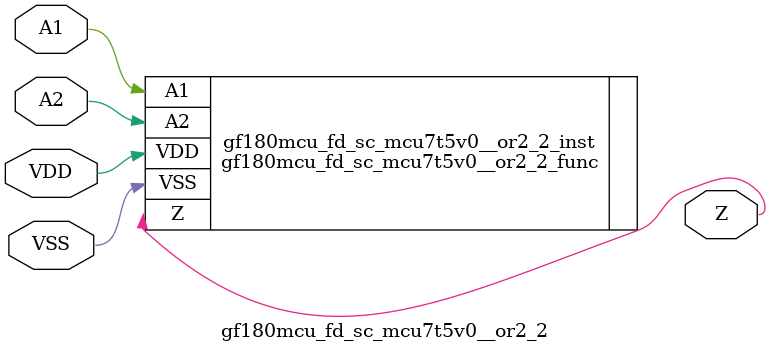
<source format=v>

module gf180mcu_fd_sc_mcu7t5v0__or2_2( A1, A2, Z, VDD, VSS );
input A1, A2;
inout VDD, VSS;
output Z;

   `ifdef FUNCTIONAL  //  functional //

	gf180mcu_fd_sc_mcu7t5v0__or2_2_func gf180mcu_fd_sc_mcu7t5v0__or2_2_behav_inst(.A1(A1),.A2(A2),.Z(Z),.VDD(VDD),.VSS(VSS));

   `else

	gf180mcu_fd_sc_mcu7t5v0__or2_2_func gf180mcu_fd_sc_mcu7t5v0__or2_2_inst(.A1(A1),.A2(A2),.Z(Z),.VDD(VDD),.VSS(VSS));

	// spec_gates_begin


	// spec_gates_end



   specify

	// specify_block_begin

	// comb arc A1 --> Z
	 (A1 => Z) = (1.0,1.0);

	// comb arc A2 --> Z
	 (A2 => Z) = (1.0,1.0);

	// specify_block_end

   endspecify

   `endif

endmodule

</source>
